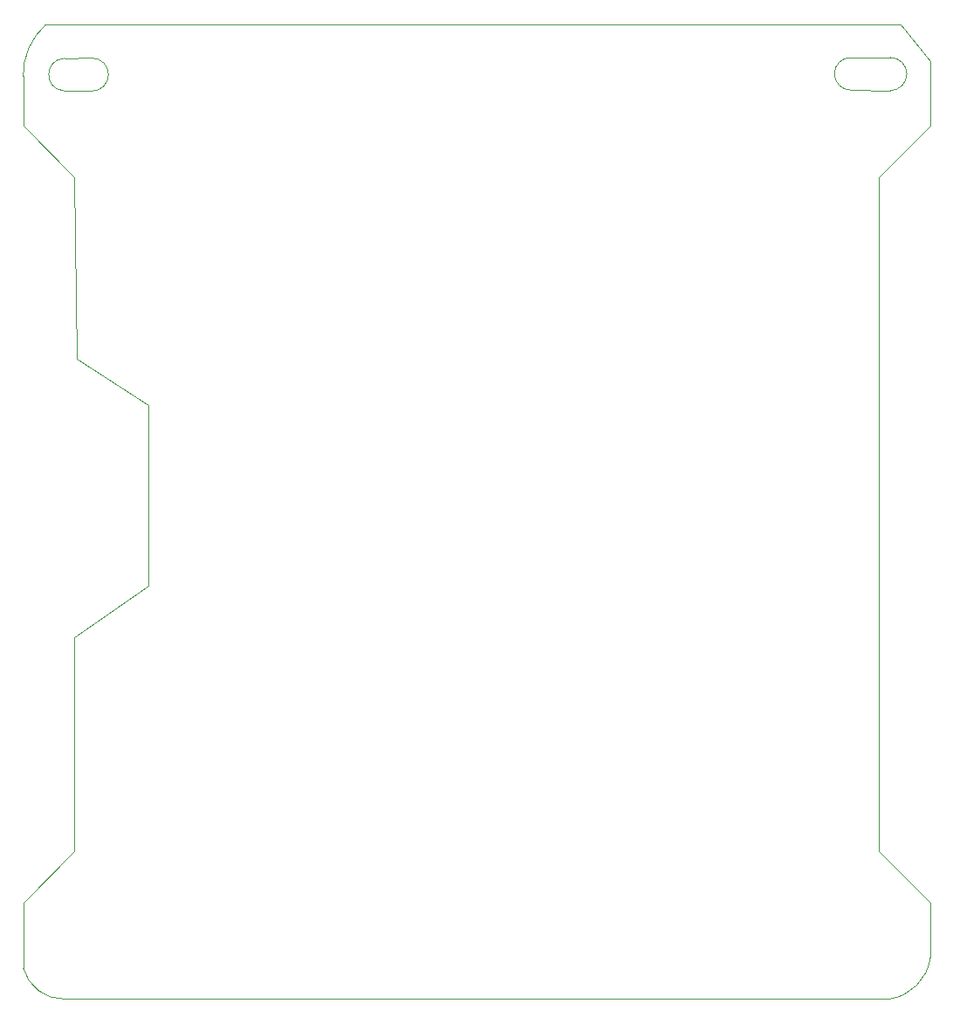
<source format=gbr>
%TF.GenerationSoftware,KiCad,Pcbnew,9.0.0*%
%TF.CreationDate,2025-04-09T19:33:59-07:00*%
%TF.ProjectId,FC_V5a,46435f56-3561-42e6-9b69-6361645f7063,rev?*%
%TF.SameCoordinates,Original*%
%TF.FileFunction,Profile,NP*%
%FSLAX46Y46*%
G04 Gerber Fmt 4.6, Leading zero omitted, Abs format (unit mm)*
G04 Created by KiCad (PCBNEW 9.0.0) date 2025-04-09 19:33:59*
%MOMM*%
%LPD*%
G01*
G04 APERTURE LIST*
%TA.AperFunction,Profile*%
%ADD10C,0.100000*%
%TD*%
G04 APERTURE END LIST*
D10*
X147266164Y-53978713D02*
X150016362Y-54003722D01*
X197601362Y-47563722D02*
X223001362Y-47563722D01*
X143343200Y-52574400D02*
G75*
G02*
X145506701Y-47589224I6488800J146000D01*
G01*
X150016362Y-50803722D02*
G75*
G02*
X150016362Y-54003678I38J-1599978D01*
G01*
X155500000Y-102000000D02*
X155500000Y-84500000D01*
X223616362Y-53903722D02*
G75*
G02*
X223666338Y-50754470I38J1575022D01*
G01*
X143343200Y-134000000D02*
X143343200Y-132710000D01*
X143343200Y-139074400D02*
X143343200Y-134000000D01*
X147316139Y-50829506D02*
X150016362Y-50803722D01*
X143343200Y-57380000D02*
X143343200Y-52574400D01*
X145506720Y-47589245D02*
X149976362Y-47563722D01*
X231343200Y-133532000D02*
X231343200Y-132710000D01*
X227343200Y-142074400D02*
X147343200Y-142074400D01*
X223001362Y-47563722D02*
X228441362Y-47578722D01*
X227466362Y-50753722D02*
G75*
G02*
X227466362Y-53953678I38J-1599978D01*
G01*
X148500000Y-80000000D02*
X155500000Y-84500000D01*
X148320000Y-62356800D02*
X148500000Y-80000000D01*
X147266164Y-53978713D02*
G75*
G02*
X147316135Y-50829423I134136J1572913D01*
G01*
X231343200Y-132710000D02*
X226370000Y-127736800D01*
X147343200Y-142074400D02*
G75*
G02*
X143343247Y-139074387I-60600J4085800D01*
G01*
X197601362Y-47563722D02*
X196443600Y-47563722D01*
X143343200Y-132710000D02*
X148320000Y-127733200D01*
X185536362Y-47563722D02*
X149976362Y-47563722D01*
X185536362Y-47563722D02*
X186893200Y-47563722D01*
X186893200Y-47563722D02*
X196443600Y-47563722D01*
X223616362Y-53903722D02*
X227466362Y-53953722D01*
X143343200Y-57380000D02*
X148320000Y-62356800D01*
X226370000Y-62353200D02*
X226370000Y-127736800D01*
X231343200Y-57380000D02*
X226370000Y-62353200D01*
X231343200Y-56345522D02*
X231343200Y-57380000D01*
X231343200Y-56345522D02*
X231343200Y-51074400D01*
X228441362Y-47578722D02*
X231343200Y-51074400D01*
X231343200Y-133532000D02*
X231343200Y-138074400D01*
X148320000Y-107000000D02*
X155500000Y-102000000D01*
X227466362Y-50753722D02*
X223666337Y-50754515D01*
X148320000Y-127733200D02*
X148320000Y-107000000D01*
X231343200Y-138074400D02*
G75*
G02*
X227343200Y-142074400I-4618600J618600D01*
G01*
M02*

</source>
